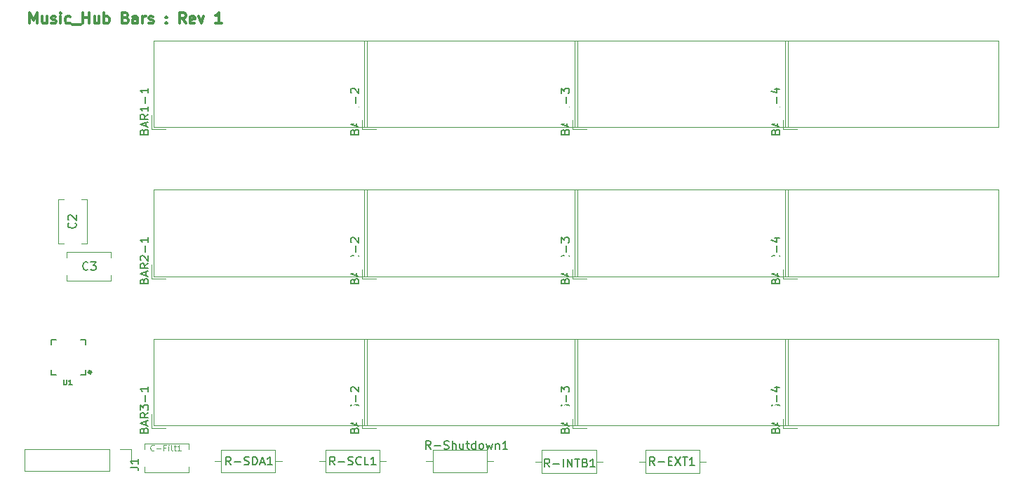
<source format=gto>
G04 #@! TF.GenerationSoftware,KiCad,Pcbnew,(5.1.5)-3*
G04 #@! TF.CreationDate,2023-02-05T16:44:42+09:00*
G04 #@! TF.ProjectId,Dot_matrix_driver,446f745f-6d61-4747-9269-785f64726976,rev?*
G04 #@! TF.SameCoordinates,Original*
G04 #@! TF.FileFunction,Legend,Top*
G04 #@! TF.FilePolarity,Positive*
%FSLAX46Y46*%
G04 Gerber Fmt 4.6, Leading zero omitted, Abs format (unit mm)*
G04 Created by KiCad (PCBNEW (5.1.5)-3) date 2023-02-05 16:44:42*
%MOMM*%
%LPD*%
G04 APERTURE LIST*
%ADD10C,0.300000*%
%ADD11C,0.120000*%
%ADD12C,0.127000*%
%ADD13C,0.406400*%
%ADD14C,0.150000*%
%ADD15C,0.110000*%
%ADD16C,3.900000*%
%ADD17C,2.132000*%
%ADD18R,2.132000X2.132000*%
%ADD19O,1.800000X1.800000*%
%ADD20R,1.800000X1.800000*%
%ADD21O,1.700000X1.700000*%
%ADD22C,1.700000*%
%ADD23R,2.400000X2.400000*%
%ADD24O,0.700000X0.280000*%
%ADD25O,0.280000X0.700000*%
G04 APERTURE END LIST*
D10*
X28404761Y-22788095D02*
X28404761Y-21488095D01*
X28838095Y-22416666D01*
X29271428Y-21488095D01*
X29271428Y-22788095D01*
X30447619Y-21921428D02*
X30447619Y-22788095D01*
X29890476Y-21921428D02*
X29890476Y-22602380D01*
X29952380Y-22726190D01*
X30076190Y-22788095D01*
X30261904Y-22788095D01*
X30385714Y-22726190D01*
X30447619Y-22664285D01*
X31004761Y-22726190D02*
X31128571Y-22788095D01*
X31376190Y-22788095D01*
X31500000Y-22726190D01*
X31561904Y-22602380D01*
X31561904Y-22540476D01*
X31500000Y-22416666D01*
X31376190Y-22354761D01*
X31190476Y-22354761D01*
X31066666Y-22292857D01*
X31004761Y-22169047D01*
X31004761Y-22107142D01*
X31066666Y-21983333D01*
X31190476Y-21921428D01*
X31376190Y-21921428D01*
X31500000Y-21983333D01*
X32119047Y-22788095D02*
X32119047Y-21921428D01*
X32119047Y-21488095D02*
X32057142Y-21550000D01*
X32119047Y-21611904D01*
X32180952Y-21550000D01*
X32119047Y-21488095D01*
X32119047Y-21611904D01*
X33295238Y-22726190D02*
X33171428Y-22788095D01*
X32923809Y-22788095D01*
X32800000Y-22726190D01*
X32738095Y-22664285D01*
X32676190Y-22540476D01*
X32676190Y-22169047D01*
X32738095Y-22045238D01*
X32800000Y-21983333D01*
X32923809Y-21921428D01*
X33171428Y-21921428D01*
X33295238Y-21983333D01*
X33542857Y-22911904D02*
X34533333Y-22911904D01*
X34842857Y-22788095D02*
X34842857Y-21488095D01*
X34842857Y-22107142D02*
X35585714Y-22107142D01*
X35585714Y-22788095D02*
X35585714Y-21488095D01*
X36761904Y-21921428D02*
X36761904Y-22788095D01*
X36204761Y-21921428D02*
X36204761Y-22602380D01*
X36266666Y-22726190D01*
X36390476Y-22788095D01*
X36576190Y-22788095D01*
X36700000Y-22726190D01*
X36761904Y-22664285D01*
X37380952Y-22788095D02*
X37380952Y-21488095D01*
X37380952Y-21983333D02*
X37504761Y-21921428D01*
X37752380Y-21921428D01*
X37876190Y-21983333D01*
X37938095Y-22045238D01*
X38000000Y-22169047D01*
X38000000Y-22540476D01*
X37938095Y-22664285D01*
X37876190Y-22726190D01*
X37752380Y-22788095D01*
X37504761Y-22788095D01*
X37380952Y-22726190D01*
X39980952Y-22107142D02*
X40166666Y-22169047D01*
X40228571Y-22230952D01*
X40290476Y-22354761D01*
X40290476Y-22540476D01*
X40228571Y-22664285D01*
X40166666Y-22726190D01*
X40042857Y-22788095D01*
X39547619Y-22788095D01*
X39547619Y-21488095D01*
X39980952Y-21488095D01*
X40104761Y-21550000D01*
X40166666Y-21611904D01*
X40228571Y-21735714D01*
X40228571Y-21859523D01*
X40166666Y-21983333D01*
X40104761Y-22045238D01*
X39980952Y-22107142D01*
X39547619Y-22107142D01*
X41404761Y-22788095D02*
X41404761Y-22107142D01*
X41342857Y-21983333D01*
X41219047Y-21921428D01*
X40971428Y-21921428D01*
X40847619Y-21983333D01*
X41404761Y-22726190D02*
X41280952Y-22788095D01*
X40971428Y-22788095D01*
X40847619Y-22726190D01*
X40785714Y-22602380D01*
X40785714Y-22478571D01*
X40847619Y-22354761D01*
X40971428Y-22292857D01*
X41280952Y-22292857D01*
X41404761Y-22230952D01*
X42023809Y-22788095D02*
X42023809Y-21921428D01*
X42023809Y-22169047D02*
X42085714Y-22045238D01*
X42147619Y-21983333D01*
X42271428Y-21921428D01*
X42395238Y-21921428D01*
X42766666Y-22726190D02*
X42890476Y-22788095D01*
X43138095Y-22788095D01*
X43261904Y-22726190D01*
X43323809Y-22602380D01*
X43323809Y-22540476D01*
X43261904Y-22416666D01*
X43138095Y-22354761D01*
X42952380Y-22354761D01*
X42828571Y-22292857D01*
X42766666Y-22169047D01*
X42766666Y-22107142D01*
X42828571Y-21983333D01*
X42952380Y-21921428D01*
X43138095Y-21921428D01*
X43261904Y-21983333D01*
X44871428Y-22664285D02*
X44933333Y-22726190D01*
X44871428Y-22788095D01*
X44809523Y-22726190D01*
X44871428Y-22664285D01*
X44871428Y-22788095D01*
X44871428Y-21983333D02*
X44933333Y-22045238D01*
X44871428Y-22107142D01*
X44809523Y-22045238D01*
X44871428Y-21983333D01*
X44871428Y-22107142D01*
X47223809Y-22788095D02*
X46790476Y-22169047D01*
X46480952Y-22788095D02*
X46480952Y-21488095D01*
X46976190Y-21488095D01*
X47100000Y-21550000D01*
X47161904Y-21611904D01*
X47223809Y-21735714D01*
X47223809Y-21921428D01*
X47161904Y-22045238D01*
X47100000Y-22107142D01*
X46976190Y-22169047D01*
X46480952Y-22169047D01*
X48276190Y-22726190D02*
X48152380Y-22788095D01*
X47904761Y-22788095D01*
X47780952Y-22726190D01*
X47719047Y-22602380D01*
X47719047Y-22107142D01*
X47780952Y-21983333D01*
X47904761Y-21921428D01*
X48152380Y-21921428D01*
X48276190Y-21983333D01*
X48338095Y-22107142D01*
X48338095Y-22230952D01*
X47719047Y-22354761D01*
X48771428Y-21921428D02*
X49080952Y-22788095D01*
X49390476Y-21921428D01*
X51557142Y-22788095D02*
X50814285Y-22788095D01*
X51185714Y-22788095D02*
X51185714Y-21488095D01*
X51061904Y-21673809D01*
X50938095Y-21797619D01*
X50814285Y-21859523D01*
D11*
X43375200Y-60855400D02*
X69055200Y-60855400D01*
X43375200Y-71295400D02*
X43375200Y-60855400D01*
X69055200Y-71295400D02*
X43375200Y-71295400D01*
X69055200Y-60855400D02*
X69055200Y-71295400D01*
X43085200Y-71585400D02*
X44785200Y-71585400D01*
X43085200Y-69885400D02*
X43085200Y-71585400D01*
X40630000Y-74120000D02*
X40630000Y-75450000D01*
X39300000Y-74120000D02*
X40630000Y-74120000D01*
X38030000Y-74120000D02*
X38030000Y-76780000D01*
X38030000Y-76780000D02*
X27810000Y-76780000D01*
X38030000Y-74120000D02*
X27810000Y-74120000D01*
X27810000Y-74120000D02*
X27810000Y-76780000D01*
X119575200Y-60855400D02*
X145255200Y-60855400D01*
X119575200Y-71295400D02*
X119575200Y-60855400D01*
X145255200Y-71295400D02*
X119575200Y-71295400D01*
X145255200Y-60855400D02*
X145255200Y-71295400D01*
X119285200Y-71585400D02*
X120985200Y-71585400D01*
X119285200Y-69885400D02*
X119285200Y-71585400D01*
X94175200Y-60855400D02*
X119855200Y-60855400D01*
X94175200Y-71295400D02*
X94175200Y-60855400D01*
X119855200Y-71295400D02*
X94175200Y-71295400D01*
X119855200Y-60855400D02*
X119855200Y-71295400D01*
X93885200Y-71585400D02*
X95585200Y-71585400D01*
X93885200Y-69885400D02*
X93885200Y-71585400D01*
X68775200Y-60855400D02*
X94455200Y-60855400D01*
X68775200Y-71295400D02*
X68775200Y-60855400D01*
X94455200Y-71295400D02*
X68775200Y-71295400D01*
X94455200Y-60855400D02*
X94455200Y-71295400D01*
X68485200Y-71585400D02*
X70185200Y-71585400D01*
X68485200Y-69885400D02*
X68485200Y-71585400D01*
X119575200Y-42855400D02*
X145255200Y-42855400D01*
X119575200Y-53295400D02*
X119575200Y-42855400D01*
X145255200Y-53295400D02*
X119575200Y-53295400D01*
X145255200Y-42855400D02*
X145255200Y-53295400D01*
X119285200Y-53585400D02*
X120985200Y-53585400D01*
X119285200Y-51885400D02*
X119285200Y-53585400D01*
X94175200Y-42855400D02*
X119855200Y-42855400D01*
X94175200Y-53295400D02*
X94175200Y-42855400D01*
X119855200Y-53295400D02*
X94175200Y-53295400D01*
X119855200Y-42855400D02*
X119855200Y-53295400D01*
X93885200Y-53585400D02*
X95585200Y-53585400D01*
X93885200Y-51885400D02*
X93885200Y-53585400D01*
X68775200Y-42855400D02*
X94455200Y-42855400D01*
X68775200Y-53295400D02*
X68775200Y-42855400D01*
X94455200Y-53295400D02*
X68775200Y-53295400D01*
X94455200Y-42855400D02*
X94455200Y-53295400D01*
X68485200Y-53585400D02*
X70185200Y-53585400D01*
X68485200Y-51885400D02*
X68485200Y-53585400D01*
X43375200Y-42855400D02*
X69055200Y-42855400D01*
X43375200Y-53295400D02*
X43375200Y-42855400D01*
X69055200Y-53295400D02*
X43375200Y-53295400D01*
X69055200Y-42855400D02*
X69055200Y-53295400D01*
X43085200Y-53585400D02*
X44785200Y-53585400D01*
X43085200Y-51885400D02*
X43085200Y-53585400D01*
X119575200Y-24855400D02*
X145255200Y-24855400D01*
X119575200Y-35295400D02*
X119575200Y-24855400D01*
X145255200Y-35295400D02*
X119575200Y-35295400D01*
X145255200Y-24855400D02*
X145255200Y-35295400D01*
X119285200Y-35585400D02*
X120985200Y-35585400D01*
X119285200Y-33885400D02*
X119285200Y-35585400D01*
X94175200Y-24855400D02*
X119855200Y-24855400D01*
X94175200Y-35295400D02*
X94175200Y-24855400D01*
X119855200Y-35295400D02*
X94175200Y-35295400D01*
X119855200Y-24855400D02*
X119855200Y-35295400D01*
X93885200Y-35585400D02*
X95585200Y-35585400D01*
X93885200Y-33885400D02*
X93885200Y-35585400D01*
X68775200Y-24855400D02*
X94455200Y-24855400D01*
X68775200Y-35295400D02*
X68775200Y-24855400D01*
X94455200Y-35295400D02*
X68775200Y-35295400D01*
X94455200Y-24855400D02*
X94455200Y-35295400D01*
X68485200Y-35585400D02*
X70185200Y-35585400D01*
X68485200Y-33885400D02*
X68485200Y-35585400D01*
X43380000Y-24855400D02*
X69060000Y-24855400D01*
X43380000Y-35295400D02*
X43380000Y-24855400D01*
X69060000Y-35295400D02*
X43380000Y-35295400D01*
X69060000Y-24855400D02*
X69060000Y-35295400D01*
X43090000Y-35585400D02*
X44790000Y-35585400D01*
X43090000Y-33885400D02*
X43090000Y-35585400D01*
X89430000Y-75650000D02*
X90200000Y-75650000D01*
X97510000Y-75650000D02*
X96740000Y-75650000D01*
X90200000Y-77020000D02*
X96740000Y-77020000D01*
X90200000Y-74280000D02*
X90200000Y-77020000D01*
X96740000Y-74280000D02*
X90200000Y-74280000D01*
X96740000Y-77020000D02*
X96740000Y-74280000D01*
X63330000Y-75600000D02*
X64100000Y-75600000D01*
X71410000Y-75600000D02*
X70640000Y-75600000D01*
X64100000Y-76970000D02*
X70640000Y-76970000D01*
X64100000Y-74230000D02*
X64100000Y-76970000D01*
X70640000Y-74230000D02*
X64100000Y-74230000D01*
X70640000Y-76970000D02*
X70640000Y-74230000D01*
X50730000Y-75600000D02*
X51500000Y-75600000D01*
X58810000Y-75600000D02*
X58040000Y-75600000D01*
X51500000Y-76970000D02*
X58040000Y-76970000D01*
X51500000Y-74230000D02*
X51500000Y-76970000D01*
X58040000Y-74230000D02*
X51500000Y-74230000D01*
X58040000Y-76970000D02*
X58040000Y-74230000D01*
X84320000Y-75600000D02*
X83550000Y-75600000D01*
X76240000Y-75600000D02*
X77010000Y-75600000D01*
X83550000Y-74230000D02*
X77010000Y-74230000D01*
X83550000Y-76970000D02*
X83550000Y-74230000D01*
X77010000Y-76970000D02*
X83550000Y-76970000D01*
X77010000Y-74230000D02*
X77010000Y-76970000D01*
X110020000Y-75650000D02*
X109250000Y-75650000D01*
X101940000Y-75650000D02*
X102710000Y-75650000D01*
X109250000Y-74280000D02*
X102710000Y-74280000D01*
X109250000Y-77020000D02*
X109250000Y-74280000D01*
X102710000Y-77020000D02*
X109250000Y-77020000D01*
X102710000Y-74280000D02*
X102710000Y-77020000D01*
X38170000Y-53155000D02*
X38170000Y-53821000D01*
X38170000Y-50379000D02*
X38170000Y-51045000D01*
X32830000Y-53155000D02*
X32830000Y-53821000D01*
X32830000Y-50379000D02*
X32830000Y-51045000D01*
X32830000Y-53821000D02*
X38170000Y-53821000D01*
X32830000Y-50379000D02*
X38170000Y-50379000D01*
X34605000Y-44030000D02*
X35271000Y-44030000D01*
X31829000Y-44030000D02*
X32495000Y-44030000D01*
X34605000Y-49370000D02*
X35271000Y-49370000D01*
X31829000Y-49370000D02*
X32495000Y-49370000D01*
X35271000Y-49370000D02*
X35271000Y-44030000D01*
X31829000Y-49370000D02*
X31829000Y-44030000D01*
X42230000Y-74145000D02*
X42230000Y-73479000D01*
X42230000Y-76921000D02*
X42230000Y-76255000D01*
X47570000Y-74145000D02*
X47570000Y-73479000D01*
X47570000Y-76921000D02*
X47570000Y-76255000D01*
X47570000Y-73479000D02*
X42230000Y-73479000D01*
X47570000Y-76921000D02*
X42230000Y-76921000D01*
D12*
X34559800Y-65178400D02*
X35159800Y-65178400D01*
X35159800Y-65178400D02*
X35159800Y-64578400D01*
X31559800Y-65178400D02*
X30959800Y-65178400D01*
X30959800Y-65178400D02*
X30959800Y-64578400D01*
X34559800Y-60978400D02*
X35159800Y-60978400D01*
X35159800Y-60978400D02*
X35159800Y-61578400D01*
X31559800Y-60978400D02*
X30959800Y-60978400D01*
X30959800Y-60978400D02*
X30959800Y-61578400D01*
D13*
X35759800Y-64878400D02*
G75*
G03X35759800Y-64878400I-100000J0D01*
G01*
D14*
X42183771Y-71853971D02*
X42231390Y-71711114D01*
X42279009Y-71663495D01*
X42374247Y-71615876D01*
X42517104Y-71615876D01*
X42612342Y-71663495D01*
X42659961Y-71711114D01*
X42707580Y-71806352D01*
X42707580Y-72187304D01*
X41707580Y-72187304D01*
X41707580Y-71853971D01*
X41755200Y-71758733D01*
X41802819Y-71711114D01*
X41898057Y-71663495D01*
X41993295Y-71663495D01*
X42088533Y-71711114D01*
X42136152Y-71758733D01*
X42183771Y-71853971D01*
X42183771Y-72187304D01*
X42421866Y-71234923D02*
X42421866Y-70758733D01*
X42707580Y-71330161D02*
X41707580Y-70996828D01*
X42707580Y-70663495D01*
X42707580Y-69758733D02*
X42231390Y-70092066D01*
X42707580Y-70330161D02*
X41707580Y-70330161D01*
X41707580Y-69949209D01*
X41755200Y-69853971D01*
X41802819Y-69806352D01*
X41898057Y-69758733D01*
X42040914Y-69758733D01*
X42136152Y-69806352D01*
X42183771Y-69853971D01*
X42231390Y-69949209D01*
X42231390Y-70330161D01*
X41707580Y-69425400D02*
X41707580Y-68806352D01*
X42088533Y-69139685D01*
X42088533Y-68996828D01*
X42136152Y-68901590D01*
X42183771Y-68853971D01*
X42279009Y-68806352D01*
X42517104Y-68806352D01*
X42612342Y-68853971D01*
X42659961Y-68901590D01*
X42707580Y-68996828D01*
X42707580Y-69282542D01*
X42659961Y-69377780D01*
X42612342Y-69425400D01*
X42326628Y-68377780D02*
X42326628Y-67615876D01*
X42707580Y-66615876D02*
X42707580Y-67187304D01*
X42707580Y-66901590D02*
X41707580Y-66901590D01*
X41850438Y-66996828D01*
X41945676Y-67092066D01*
X41993295Y-67187304D01*
X40530380Y-76342133D02*
X41244666Y-76342133D01*
X41387523Y-76389752D01*
X41482761Y-76484990D01*
X41530380Y-76627847D01*
X41530380Y-76723085D01*
X41530380Y-75342133D02*
X41530380Y-75913561D01*
X41530380Y-75627847D02*
X40530380Y-75627847D01*
X40673238Y-75723085D01*
X40768476Y-75818323D01*
X40816095Y-75913561D01*
X118383771Y-71853971D02*
X118431390Y-71711114D01*
X118479009Y-71663495D01*
X118574247Y-71615876D01*
X118717104Y-71615876D01*
X118812342Y-71663495D01*
X118859961Y-71711114D01*
X118907580Y-71806352D01*
X118907580Y-72187304D01*
X117907580Y-72187304D01*
X117907580Y-71853971D01*
X117955200Y-71758733D01*
X118002819Y-71711114D01*
X118098057Y-71663495D01*
X118193295Y-71663495D01*
X118288533Y-71711114D01*
X118336152Y-71758733D01*
X118383771Y-71853971D01*
X118383771Y-72187304D01*
X118621866Y-71234923D02*
X118621866Y-70758733D01*
X118907580Y-71330161D02*
X117907580Y-70996828D01*
X118907580Y-70663495D01*
X118907580Y-69758733D02*
X118431390Y-70092066D01*
X118907580Y-70330161D02*
X117907580Y-70330161D01*
X117907580Y-69949209D01*
X117955200Y-69853971D01*
X118002819Y-69806352D01*
X118098057Y-69758733D01*
X118240914Y-69758733D01*
X118336152Y-69806352D01*
X118383771Y-69853971D01*
X118431390Y-69949209D01*
X118431390Y-70330161D01*
X117907580Y-69425400D02*
X117907580Y-68806352D01*
X118288533Y-69139685D01*
X118288533Y-68996828D01*
X118336152Y-68901590D01*
X118383771Y-68853971D01*
X118479009Y-68806352D01*
X118717104Y-68806352D01*
X118812342Y-68853971D01*
X118859961Y-68901590D01*
X118907580Y-68996828D01*
X118907580Y-69282542D01*
X118859961Y-69377780D01*
X118812342Y-69425400D01*
X118526628Y-68377780D02*
X118526628Y-67615876D01*
X118240914Y-66711114D02*
X118907580Y-66711114D01*
X117859961Y-66949209D02*
X118574247Y-67187304D01*
X118574247Y-66568257D01*
X92983771Y-71853971D02*
X93031390Y-71711114D01*
X93079009Y-71663495D01*
X93174247Y-71615876D01*
X93317104Y-71615876D01*
X93412342Y-71663495D01*
X93459961Y-71711114D01*
X93507580Y-71806352D01*
X93507580Y-72187304D01*
X92507580Y-72187304D01*
X92507580Y-71853971D01*
X92555200Y-71758733D01*
X92602819Y-71711114D01*
X92698057Y-71663495D01*
X92793295Y-71663495D01*
X92888533Y-71711114D01*
X92936152Y-71758733D01*
X92983771Y-71853971D01*
X92983771Y-72187304D01*
X93221866Y-71234923D02*
X93221866Y-70758733D01*
X93507580Y-71330161D02*
X92507580Y-70996828D01*
X93507580Y-70663495D01*
X93507580Y-69758733D02*
X93031390Y-70092066D01*
X93507580Y-70330161D02*
X92507580Y-70330161D01*
X92507580Y-69949209D01*
X92555200Y-69853971D01*
X92602819Y-69806352D01*
X92698057Y-69758733D01*
X92840914Y-69758733D01*
X92936152Y-69806352D01*
X92983771Y-69853971D01*
X93031390Y-69949209D01*
X93031390Y-70330161D01*
X92507580Y-69425400D02*
X92507580Y-68806352D01*
X92888533Y-69139685D01*
X92888533Y-68996828D01*
X92936152Y-68901590D01*
X92983771Y-68853971D01*
X93079009Y-68806352D01*
X93317104Y-68806352D01*
X93412342Y-68853971D01*
X93459961Y-68901590D01*
X93507580Y-68996828D01*
X93507580Y-69282542D01*
X93459961Y-69377780D01*
X93412342Y-69425400D01*
X93126628Y-68377780D02*
X93126628Y-67615876D01*
X92507580Y-67234923D02*
X92507580Y-66615876D01*
X92888533Y-66949209D01*
X92888533Y-66806352D01*
X92936152Y-66711114D01*
X92983771Y-66663495D01*
X93079009Y-66615876D01*
X93317104Y-66615876D01*
X93412342Y-66663495D01*
X93459961Y-66711114D01*
X93507580Y-66806352D01*
X93507580Y-67092066D01*
X93459961Y-67187304D01*
X93412342Y-67234923D01*
X67583771Y-71853971D02*
X67631390Y-71711114D01*
X67679009Y-71663495D01*
X67774247Y-71615876D01*
X67917104Y-71615876D01*
X68012342Y-71663495D01*
X68059961Y-71711114D01*
X68107580Y-71806352D01*
X68107580Y-72187304D01*
X67107580Y-72187304D01*
X67107580Y-71853971D01*
X67155200Y-71758733D01*
X67202819Y-71711114D01*
X67298057Y-71663495D01*
X67393295Y-71663495D01*
X67488533Y-71711114D01*
X67536152Y-71758733D01*
X67583771Y-71853971D01*
X67583771Y-72187304D01*
X67821866Y-71234923D02*
X67821866Y-70758733D01*
X68107580Y-71330161D02*
X67107580Y-70996828D01*
X68107580Y-70663495D01*
X68107580Y-69758733D02*
X67631390Y-70092066D01*
X68107580Y-70330161D02*
X67107580Y-70330161D01*
X67107580Y-69949209D01*
X67155200Y-69853971D01*
X67202819Y-69806352D01*
X67298057Y-69758733D01*
X67440914Y-69758733D01*
X67536152Y-69806352D01*
X67583771Y-69853971D01*
X67631390Y-69949209D01*
X67631390Y-70330161D01*
X67107580Y-69425400D02*
X67107580Y-68806352D01*
X67488533Y-69139685D01*
X67488533Y-68996828D01*
X67536152Y-68901590D01*
X67583771Y-68853971D01*
X67679009Y-68806352D01*
X67917104Y-68806352D01*
X68012342Y-68853971D01*
X68059961Y-68901590D01*
X68107580Y-68996828D01*
X68107580Y-69282542D01*
X68059961Y-69377780D01*
X68012342Y-69425400D01*
X67726628Y-68377780D02*
X67726628Y-67615876D01*
X67202819Y-67187304D02*
X67155200Y-67139685D01*
X67107580Y-67044447D01*
X67107580Y-66806352D01*
X67155200Y-66711114D01*
X67202819Y-66663495D01*
X67298057Y-66615876D01*
X67393295Y-66615876D01*
X67536152Y-66663495D01*
X68107580Y-67234923D01*
X68107580Y-66615876D01*
X118383771Y-53853971D02*
X118431390Y-53711114D01*
X118479009Y-53663495D01*
X118574247Y-53615876D01*
X118717104Y-53615876D01*
X118812342Y-53663495D01*
X118859961Y-53711114D01*
X118907580Y-53806352D01*
X118907580Y-54187304D01*
X117907580Y-54187304D01*
X117907580Y-53853971D01*
X117955200Y-53758733D01*
X118002819Y-53711114D01*
X118098057Y-53663495D01*
X118193295Y-53663495D01*
X118288533Y-53711114D01*
X118336152Y-53758733D01*
X118383771Y-53853971D01*
X118383771Y-54187304D01*
X118621866Y-53234923D02*
X118621866Y-52758733D01*
X118907580Y-53330161D02*
X117907580Y-52996828D01*
X118907580Y-52663495D01*
X118907580Y-51758733D02*
X118431390Y-52092066D01*
X118907580Y-52330161D02*
X117907580Y-52330161D01*
X117907580Y-51949209D01*
X117955200Y-51853971D01*
X118002819Y-51806352D01*
X118098057Y-51758733D01*
X118240914Y-51758733D01*
X118336152Y-51806352D01*
X118383771Y-51853971D01*
X118431390Y-51949209D01*
X118431390Y-52330161D01*
X118002819Y-51377780D02*
X117955200Y-51330161D01*
X117907580Y-51234923D01*
X117907580Y-50996828D01*
X117955200Y-50901590D01*
X118002819Y-50853971D01*
X118098057Y-50806352D01*
X118193295Y-50806352D01*
X118336152Y-50853971D01*
X118907580Y-51425400D01*
X118907580Y-50806352D01*
X118526628Y-50377780D02*
X118526628Y-49615876D01*
X118240914Y-48711114D02*
X118907580Y-48711114D01*
X117859961Y-48949209D02*
X118574247Y-49187304D01*
X118574247Y-48568257D01*
X92983771Y-53853971D02*
X93031390Y-53711114D01*
X93079009Y-53663495D01*
X93174247Y-53615876D01*
X93317104Y-53615876D01*
X93412342Y-53663495D01*
X93459961Y-53711114D01*
X93507580Y-53806352D01*
X93507580Y-54187304D01*
X92507580Y-54187304D01*
X92507580Y-53853971D01*
X92555200Y-53758733D01*
X92602819Y-53711114D01*
X92698057Y-53663495D01*
X92793295Y-53663495D01*
X92888533Y-53711114D01*
X92936152Y-53758733D01*
X92983771Y-53853971D01*
X92983771Y-54187304D01*
X93221866Y-53234923D02*
X93221866Y-52758733D01*
X93507580Y-53330161D02*
X92507580Y-52996828D01*
X93507580Y-52663495D01*
X93507580Y-51758733D02*
X93031390Y-52092066D01*
X93507580Y-52330161D02*
X92507580Y-52330161D01*
X92507580Y-51949209D01*
X92555200Y-51853971D01*
X92602819Y-51806352D01*
X92698057Y-51758733D01*
X92840914Y-51758733D01*
X92936152Y-51806352D01*
X92983771Y-51853971D01*
X93031390Y-51949209D01*
X93031390Y-52330161D01*
X92602819Y-51377780D02*
X92555200Y-51330161D01*
X92507580Y-51234923D01*
X92507580Y-50996828D01*
X92555200Y-50901590D01*
X92602819Y-50853971D01*
X92698057Y-50806352D01*
X92793295Y-50806352D01*
X92936152Y-50853971D01*
X93507580Y-51425400D01*
X93507580Y-50806352D01*
X93126628Y-50377780D02*
X93126628Y-49615876D01*
X92507580Y-49234923D02*
X92507580Y-48615876D01*
X92888533Y-48949209D01*
X92888533Y-48806352D01*
X92936152Y-48711114D01*
X92983771Y-48663495D01*
X93079009Y-48615876D01*
X93317104Y-48615876D01*
X93412342Y-48663495D01*
X93459961Y-48711114D01*
X93507580Y-48806352D01*
X93507580Y-49092066D01*
X93459961Y-49187304D01*
X93412342Y-49234923D01*
X67583771Y-53853971D02*
X67631390Y-53711114D01*
X67679009Y-53663495D01*
X67774247Y-53615876D01*
X67917104Y-53615876D01*
X68012342Y-53663495D01*
X68059961Y-53711114D01*
X68107580Y-53806352D01*
X68107580Y-54187304D01*
X67107580Y-54187304D01*
X67107580Y-53853971D01*
X67155200Y-53758733D01*
X67202819Y-53711114D01*
X67298057Y-53663495D01*
X67393295Y-53663495D01*
X67488533Y-53711114D01*
X67536152Y-53758733D01*
X67583771Y-53853971D01*
X67583771Y-54187304D01*
X67821866Y-53234923D02*
X67821866Y-52758733D01*
X68107580Y-53330161D02*
X67107580Y-52996828D01*
X68107580Y-52663495D01*
X68107580Y-51758733D02*
X67631390Y-52092066D01*
X68107580Y-52330161D02*
X67107580Y-52330161D01*
X67107580Y-51949209D01*
X67155200Y-51853971D01*
X67202819Y-51806352D01*
X67298057Y-51758733D01*
X67440914Y-51758733D01*
X67536152Y-51806352D01*
X67583771Y-51853971D01*
X67631390Y-51949209D01*
X67631390Y-52330161D01*
X67202819Y-51377780D02*
X67155200Y-51330161D01*
X67107580Y-51234923D01*
X67107580Y-50996828D01*
X67155200Y-50901590D01*
X67202819Y-50853971D01*
X67298057Y-50806352D01*
X67393295Y-50806352D01*
X67536152Y-50853971D01*
X68107580Y-51425400D01*
X68107580Y-50806352D01*
X67726628Y-50377780D02*
X67726628Y-49615876D01*
X67202819Y-49187304D02*
X67155200Y-49139685D01*
X67107580Y-49044447D01*
X67107580Y-48806352D01*
X67155200Y-48711114D01*
X67202819Y-48663495D01*
X67298057Y-48615876D01*
X67393295Y-48615876D01*
X67536152Y-48663495D01*
X68107580Y-49234923D01*
X68107580Y-48615876D01*
X42183771Y-53853971D02*
X42231390Y-53711114D01*
X42279009Y-53663495D01*
X42374247Y-53615876D01*
X42517104Y-53615876D01*
X42612342Y-53663495D01*
X42659961Y-53711114D01*
X42707580Y-53806352D01*
X42707580Y-54187304D01*
X41707580Y-54187304D01*
X41707580Y-53853971D01*
X41755200Y-53758733D01*
X41802819Y-53711114D01*
X41898057Y-53663495D01*
X41993295Y-53663495D01*
X42088533Y-53711114D01*
X42136152Y-53758733D01*
X42183771Y-53853971D01*
X42183771Y-54187304D01*
X42421866Y-53234923D02*
X42421866Y-52758733D01*
X42707580Y-53330161D02*
X41707580Y-52996828D01*
X42707580Y-52663495D01*
X42707580Y-51758733D02*
X42231390Y-52092066D01*
X42707580Y-52330161D02*
X41707580Y-52330161D01*
X41707580Y-51949209D01*
X41755200Y-51853971D01*
X41802819Y-51806352D01*
X41898057Y-51758733D01*
X42040914Y-51758733D01*
X42136152Y-51806352D01*
X42183771Y-51853971D01*
X42231390Y-51949209D01*
X42231390Y-52330161D01*
X41802819Y-51377780D02*
X41755200Y-51330161D01*
X41707580Y-51234923D01*
X41707580Y-50996828D01*
X41755200Y-50901590D01*
X41802819Y-50853971D01*
X41898057Y-50806352D01*
X41993295Y-50806352D01*
X42136152Y-50853971D01*
X42707580Y-51425400D01*
X42707580Y-50806352D01*
X42326628Y-50377780D02*
X42326628Y-49615876D01*
X42707580Y-48615876D02*
X42707580Y-49187304D01*
X42707580Y-48901590D02*
X41707580Y-48901590D01*
X41850438Y-48996828D01*
X41945676Y-49092066D01*
X41993295Y-49187304D01*
X118383771Y-35853971D02*
X118431390Y-35711114D01*
X118479009Y-35663495D01*
X118574247Y-35615876D01*
X118717104Y-35615876D01*
X118812342Y-35663495D01*
X118859961Y-35711114D01*
X118907580Y-35806352D01*
X118907580Y-36187304D01*
X117907580Y-36187304D01*
X117907580Y-35853971D01*
X117955200Y-35758733D01*
X118002819Y-35711114D01*
X118098057Y-35663495D01*
X118193295Y-35663495D01*
X118288533Y-35711114D01*
X118336152Y-35758733D01*
X118383771Y-35853971D01*
X118383771Y-36187304D01*
X118621866Y-35234923D02*
X118621866Y-34758733D01*
X118907580Y-35330161D02*
X117907580Y-34996828D01*
X118907580Y-34663495D01*
X118907580Y-33758733D02*
X118431390Y-34092066D01*
X118907580Y-34330161D02*
X117907580Y-34330161D01*
X117907580Y-33949209D01*
X117955200Y-33853971D01*
X118002819Y-33806352D01*
X118098057Y-33758733D01*
X118240914Y-33758733D01*
X118336152Y-33806352D01*
X118383771Y-33853971D01*
X118431390Y-33949209D01*
X118431390Y-34330161D01*
X118907580Y-32806352D02*
X118907580Y-33377780D01*
X118907580Y-33092066D02*
X117907580Y-33092066D01*
X118050438Y-33187304D01*
X118145676Y-33282542D01*
X118193295Y-33377780D01*
X118526628Y-32377780D02*
X118526628Y-31615876D01*
X118240914Y-30711114D02*
X118907580Y-30711114D01*
X117859961Y-30949209D02*
X118574247Y-31187304D01*
X118574247Y-30568257D01*
X92983771Y-35853971D02*
X93031390Y-35711114D01*
X93079009Y-35663495D01*
X93174247Y-35615876D01*
X93317104Y-35615876D01*
X93412342Y-35663495D01*
X93459961Y-35711114D01*
X93507580Y-35806352D01*
X93507580Y-36187304D01*
X92507580Y-36187304D01*
X92507580Y-35853971D01*
X92555200Y-35758733D01*
X92602819Y-35711114D01*
X92698057Y-35663495D01*
X92793295Y-35663495D01*
X92888533Y-35711114D01*
X92936152Y-35758733D01*
X92983771Y-35853971D01*
X92983771Y-36187304D01*
X93221866Y-35234923D02*
X93221866Y-34758733D01*
X93507580Y-35330161D02*
X92507580Y-34996828D01*
X93507580Y-34663495D01*
X93507580Y-33758733D02*
X93031390Y-34092066D01*
X93507580Y-34330161D02*
X92507580Y-34330161D01*
X92507580Y-33949209D01*
X92555200Y-33853971D01*
X92602819Y-33806352D01*
X92698057Y-33758733D01*
X92840914Y-33758733D01*
X92936152Y-33806352D01*
X92983771Y-33853971D01*
X93031390Y-33949209D01*
X93031390Y-34330161D01*
X93507580Y-32806352D02*
X93507580Y-33377780D01*
X93507580Y-33092066D02*
X92507580Y-33092066D01*
X92650438Y-33187304D01*
X92745676Y-33282542D01*
X92793295Y-33377780D01*
X93126628Y-32377780D02*
X93126628Y-31615876D01*
X92507580Y-31234923D02*
X92507580Y-30615876D01*
X92888533Y-30949209D01*
X92888533Y-30806352D01*
X92936152Y-30711114D01*
X92983771Y-30663495D01*
X93079009Y-30615876D01*
X93317104Y-30615876D01*
X93412342Y-30663495D01*
X93459961Y-30711114D01*
X93507580Y-30806352D01*
X93507580Y-31092066D01*
X93459961Y-31187304D01*
X93412342Y-31234923D01*
X67583771Y-35853971D02*
X67631390Y-35711114D01*
X67679009Y-35663495D01*
X67774247Y-35615876D01*
X67917104Y-35615876D01*
X68012342Y-35663495D01*
X68059961Y-35711114D01*
X68107580Y-35806352D01*
X68107580Y-36187304D01*
X67107580Y-36187304D01*
X67107580Y-35853971D01*
X67155200Y-35758733D01*
X67202819Y-35711114D01*
X67298057Y-35663495D01*
X67393295Y-35663495D01*
X67488533Y-35711114D01*
X67536152Y-35758733D01*
X67583771Y-35853971D01*
X67583771Y-36187304D01*
X67821866Y-35234923D02*
X67821866Y-34758733D01*
X68107580Y-35330161D02*
X67107580Y-34996828D01*
X68107580Y-34663495D01*
X68107580Y-33758733D02*
X67631390Y-34092066D01*
X68107580Y-34330161D02*
X67107580Y-34330161D01*
X67107580Y-33949209D01*
X67155200Y-33853971D01*
X67202819Y-33806352D01*
X67298057Y-33758733D01*
X67440914Y-33758733D01*
X67536152Y-33806352D01*
X67583771Y-33853971D01*
X67631390Y-33949209D01*
X67631390Y-34330161D01*
X68107580Y-32806352D02*
X68107580Y-33377780D01*
X68107580Y-33092066D02*
X67107580Y-33092066D01*
X67250438Y-33187304D01*
X67345676Y-33282542D01*
X67393295Y-33377780D01*
X67726628Y-32377780D02*
X67726628Y-31615876D01*
X67202819Y-31187304D02*
X67155200Y-31139685D01*
X67107580Y-31044447D01*
X67107580Y-30806352D01*
X67155200Y-30711114D01*
X67202819Y-30663495D01*
X67298057Y-30615876D01*
X67393295Y-30615876D01*
X67536152Y-30663495D01*
X68107580Y-31234923D01*
X68107580Y-30615876D01*
X42188571Y-35853971D02*
X42236190Y-35711114D01*
X42283809Y-35663495D01*
X42379047Y-35615876D01*
X42521904Y-35615876D01*
X42617142Y-35663495D01*
X42664761Y-35711114D01*
X42712380Y-35806352D01*
X42712380Y-36187304D01*
X41712380Y-36187304D01*
X41712380Y-35853971D01*
X41760000Y-35758733D01*
X41807619Y-35711114D01*
X41902857Y-35663495D01*
X41998095Y-35663495D01*
X42093333Y-35711114D01*
X42140952Y-35758733D01*
X42188571Y-35853971D01*
X42188571Y-36187304D01*
X42426666Y-35234923D02*
X42426666Y-34758733D01*
X42712380Y-35330161D02*
X41712380Y-34996828D01*
X42712380Y-34663495D01*
X42712380Y-33758733D02*
X42236190Y-34092066D01*
X42712380Y-34330161D02*
X41712380Y-34330161D01*
X41712380Y-33949209D01*
X41760000Y-33853971D01*
X41807619Y-33806352D01*
X41902857Y-33758733D01*
X42045714Y-33758733D01*
X42140952Y-33806352D01*
X42188571Y-33853971D01*
X42236190Y-33949209D01*
X42236190Y-34330161D01*
X42712380Y-32806352D02*
X42712380Y-33377780D01*
X42712380Y-33092066D02*
X41712380Y-33092066D01*
X41855238Y-33187304D01*
X41950476Y-33282542D01*
X41998095Y-33377780D01*
X42331428Y-32377780D02*
X42331428Y-31615876D01*
X42712380Y-30615876D02*
X42712380Y-31187304D01*
X42712380Y-30901590D02*
X41712380Y-30901590D01*
X41855238Y-30996828D01*
X41950476Y-31092066D01*
X41998095Y-31187304D01*
X91121428Y-76302380D02*
X90788095Y-75826190D01*
X90550000Y-76302380D02*
X90550000Y-75302380D01*
X90930952Y-75302380D01*
X91026190Y-75350000D01*
X91073809Y-75397619D01*
X91121428Y-75492857D01*
X91121428Y-75635714D01*
X91073809Y-75730952D01*
X91026190Y-75778571D01*
X90930952Y-75826190D01*
X90550000Y-75826190D01*
X91550000Y-75921428D02*
X92311904Y-75921428D01*
X92788095Y-76302380D02*
X92788095Y-75302380D01*
X93264285Y-76302380D02*
X93264285Y-75302380D01*
X93835714Y-76302380D01*
X93835714Y-75302380D01*
X94169047Y-75302380D02*
X94740476Y-75302380D01*
X94454761Y-76302380D02*
X94454761Y-75302380D01*
X95407142Y-75778571D02*
X95550000Y-75826190D01*
X95597619Y-75873809D01*
X95645238Y-75969047D01*
X95645238Y-76111904D01*
X95597619Y-76207142D01*
X95550000Y-76254761D01*
X95454761Y-76302380D01*
X95073809Y-76302380D01*
X95073809Y-75302380D01*
X95407142Y-75302380D01*
X95502380Y-75350000D01*
X95550000Y-75397619D01*
X95597619Y-75492857D01*
X95597619Y-75588095D01*
X95550000Y-75683333D01*
X95502380Y-75730952D01*
X95407142Y-75778571D01*
X95073809Y-75778571D01*
X96597619Y-76302380D02*
X96026190Y-76302380D01*
X96311904Y-76302380D02*
X96311904Y-75302380D01*
X96216666Y-75445238D01*
X96121428Y-75540476D01*
X96026190Y-75588095D01*
X65203333Y-76052380D02*
X64870000Y-75576190D01*
X64631904Y-76052380D02*
X64631904Y-75052380D01*
X65012857Y-75052380D01*
X65108095Y-75100000D01*
X65155714Y-75147619D01*
X65203333Y-75242857D01*
X65203333Y-75385714D01*
X65155714Y-75480952D01*
X65108095Y-75528571D01*
X65012857Y-75576190D01*
X64631904Y-75576190D01*
X65631904Y-75671428D02*
X66393809Y-75671428D01*
X66822380Y-76004761D02*
X66965238Y-76052380D01*
X67203333Y-76052380D01*
X67298571Y-76004761D01*
X67346190Y-75957142D01*
X67393809Y-75861904D01*
X67393809Y-75766666D01*
X67346190Y-75671428D01*
X67298571Y-75623809D01*
X67203333Y-75576190D01*
X67012857Y-75528571D01*
X66917619Y-75480952D01*
X66870000Y-75433333D01*
X66822380Y-75338095D01*
X66822380Y-75242857D01*
X66870000Y-75147619D01*
X66917619Y-75100000D01*
X67012857Y-75052380D01*
X67250952Y-75052380D01*
X67393809Y-75100000D01*
X68393809Y-75957142D02*
X68346190Y-76004761D01*
X68203333Y-76052380D01*
X68108095Y-76052380D01*
X67965238Y-76004761D01*
X67870000Y-75909523D01*
X67822380Y-75814285D01*
X67774761Y-75623809D01*
X67774761Y-75480952D01*
X67822380Y-75290476D01*
X67870000Y-75195238D01*
X67965238Y-75100000D01*
X68108095Y-75052380D01*
X68203333Y-75052380D01*
X68346190Y-75100000D01*
X68393809Y-75147619D01*
X69298571Y-76052380D02*
X68822380Y-76052380D01*
X68822380Y-75052380D01*
X70155714Y-76052380D02*
X69584285Y-76052380D01*
X69870000Y-76052380D02*
X69870000Y-75052380D01*
X69774761Y-75195238D01*
X69679523Y-75290476D01*
X69584285Y-75338095D01*
X52659523Y-76052380D02*
X52326190Y-75576190D01*
X52088095Y-76052380D02*
X52088095Y-75052380D01*
X52469047Y-75052380D01*
X52564285Y-75100000D01*
X52611904Y-75147619D01*
X52659523Y-75242857D01*
X52659523Y-75385714D01*
X52611904Y-75480952D01*
X52564285Y-75528571D01*
X52469047Y-75576190D01*
X52088095Y-75576190D01*
X53088095Y-75671428D02*
X53850000Y-75671428D01*
X54278571Y-76004761D02*
X54421428Y-76052380D01*
X54659523Y-76052380D01*
X54754761Y-76004761D01*
X54802380Y-75957142D01*
X54850000Y-75861904D01*
X54850000Y-75766666D01*
X54802380Y-75671428D01*
X54754761Y-75623809D01*
X54659523Y-75576190D01*
X54469047Y-75528571D01*
X54373809Y-75480952D01*
X54326190Y-75433333D01*
X54278571Y-75338095D01*
X54278571Y-75242857D01*
X54326190Y-75147619D01*
X54373809Y-75100000D01*
X54469047Y-75052380D01*
X54707142Y-75052380D01*
X54850000Y-75100000D01*
X55278571Y-76052380D02*
X55278571Y-75052380D01*
X55516666Y-75052380D01*
X55659523Y-75100000D01*
X55754761Y-75195238D01*
X55802380Y-75290476D01*
X55850000Y-75480952D01*
X55850000Y-75623809D01*
X55802380Y-75814285D01*
X55754761Y-75909523D01*
X55659523Y-76004761D01*
X55516666Y-76052380D01*
X55278571Y-76052380D01*
X56230952Y-75766666D02*
X56707142Y-75766666D01*
X56135714Y-76052380D02*
X56469047Y-75052380D01*
X56802380Y-76052380D01*
X57659523Y-76052380D02*
X57088095Y-76052380D01*
X57373809Y-76052380D02*
X57373809Y-75052380D01*
X57278571Y-75195238D01*
X57183333Y-75290476D01*
X57088095Y-75338095D01*
X76766666Y-74152380D02*
X76433333Y-73676190D01*
X76195238Y-74152380D02*
X76195238Y-73152380D01*
X76576190Y-73152380D01*
X76671428Y-73200000D01*
X76719047Y-73247619D01*
X76766666Y-73342857D01*
X76766666Y-73485714D01*
X76719047Y-73580952D01*
X76671428Y-73628571D01*
X76576190Y-73676190D01*
X76195238Y-73676190D01*
X77195238Y-73771428D02*
X77957142Y-73771428D01*
X78385714Y-74104761D02*
X78528571Y-74152380D01*
X78766666Y-74152380D01*
X78861904Y-74104761D01*
X78909523Y-74057142D01*
X78957142Y-73961904D01*
X78957142Y-73866666D01*
X78909523Y-73771428D01*
X78861904Y-73723809D01*
X78766666Y-73676190D01*
X78576190Y-73628571D01*
X78480952Y-73580952D01*
X78433333Y-73533333D01*
X78385714Y-73438095D01*
X78385714Y-73342857D01*
X78433333Y-73247619D01*
X78480952Y-73200000D01*
X78576190Y-73152380D01*
X78814285Y-73152380D01*
X78957142Y-73200000D01*
X79385714Y-74152380D02*
X79385714Y-73152380D01*
X79814285Y-74152380D02*
X79814285Y-73628571D01*
X79766666Y-73533333D01*
X79671428Y-73485714D01*
X79528571Y-73485714D01*
X79433333Y-73533333D01*
X79385714Y-73580952D01*
X80719047Y-73485714D02*
X80719047Y-74152380D01*
X80290476Y-73485714D02*
X80290476Y-74009523D01*
X80338095Y-74104761D01*
X80433333Y-74152380D01*
X80576190Y-74152380D01*
X80671428Y-74104761D01*
X80719047Y-74057142D01*
X81052380Y-73485714D02*
X81433333Y-73485714D01*
X81195238Y-73152380D02*
X81195238Y-74009523D01*
X81242857Y-74104761D01*
X81338095Y-74152380D01*
X81433333Y-74152380D01*
X82195238Y-74152380D02*
X82195238Y-73152380D01*
X82195238Y-74104761D02*
X82100000Y-74152380D01*
X81909523Y-74152380D01*
X81814285Y-74104761D01*
X81766666Y-74057142D01*
X81719047Y-73961904D01*
X81719047Y-73676190D01*
X81766666Y-73580952D01*
X81814285Y-73533333D01*
X81909523Y-73485714D01*
X82100000Y-73485714D01*
X82195238Y-73533333D01*
X82814285Y-74152380D02*
X82719047Y-74104761D01*
X82671428Y-74057142D01*
X82623809Y-73961904D01*
X82623809Y-73676190D01*
X82671428Y-73580952D01*
X82719047Y-73533333D01*
X82814285Y-73485714D01*
X82957142Y-73485714D01*
X83052380Y-73533333D01*
X83100000Y-73580952D01*
X83147619Y-73676190D01*
X83147619Y-73961904D01*
X83100000Y-74057142D01*
X83052380Y-74104761D01*
X82957142Y-74152380D01*
X82814285Y-74152380D01*
X83480952Y-73485714D02*
X83671428Y-74152380D01*
X83861904Y-73676190D01*
X84052380Y-74152380D01*
X84242857Y-73485714D01*
X84623809Y-73485714D02*
X84623809Y-74152380D01*
X84623809Y-73580952D02*
X84671428Y-73533333D01*
X84766666Y-73485714D01*
X84909523Y-73485714D01*
X85004761Y-73533333D01*
X85052380Y-73628571D01*
X85052380Y-74152380D01*
X86052380Y-74152380D02*
X85480952Y-74152380D01*
X85766666Y-74152380D02*
X85766666Y-73152380D01*
X85671428Y-73295238D01*
X85576190Y-73390476D01*
X85480952Y-73438095D01*
X103804761Y-76102380D02*
X103471428Y-75626190D01*
X103233333Y-76102380D02*
X103233333Y-75102380D01*
X103614285Y-75102380D01*
X103709523Y-75150000D01*
X103757142Y-75197619D01*
X103804761Y-75292857D01*
X103804761Y-75435714D01*
X103757142Y-75530952D01*
X103709523Y-75578571D01*
X103614285Y-75626190D01*
X103233333Y-75626190D01*
X104233333Y-75721428D02*
X104995238Y-75721428D01*
X105471428Y-75578571D02*
X105804761Y-75578571D01*
X105947619Y-76102380D02*
X105471428Y-76102380D01*
X105471428Y-75102380D01*
X105947619Y-75102380D01*
X106280952Y-75102380D02*
X106947619Y-76102380D01*
X106947619Y-75102380D02*
X106280952Y-76102380D01*
X107185714Y-75102380D02*
X107757142Y-75102380D01*
X107471428Y-76102380D02*
X107471428Y-75102380D01*
X108614285Y-76102380D02*
X108042857Y-76102380D01*
X108328571Y-76102380D02*
X108328571Y-75102380D01*
X108233333Y-75245238D01*
X108138095Y-75340476D01*
X108042857Y-75388095D01*
X35433333Y-52457142D02*
X35385714Y-52504761D01*
X35242857Y-52552380D01*
X35147619Y-52552380D01*
X35004761Y-52504761D01*
X34909523Y-52409523D01*
X34861904Y-52314285D01*
X34814285Y-52123809D01*
X34814285Y-51980952D01*
X34861904Y-51790476D01*
X34909523Y-51695238D01*
X35004761Y-51600000D01*
X35147619Y-51552380D01*
X35242857Y-51552380D01*
X35385714Y-51600000D01*
X35433333Y-51647619D01*
X35766666Y-51552380D02*
X36385714Y-51552380D01*
X36052380Y-51933333D01*
X36195238Y-51933333D01*
X36290476Y-51980952D01*
X36338095Y-52028571D01*
X36385714Y-52123809D01*
X36385714Y-52361904D01*
X36338095Y-52457142D01*
X36290476Y-52504761D01*
X36195238Y-52552380D01*
X35909523Y-52552380D01*
X35814285Y-52504761D01*
X35766666Y-52457142D01*
X33907142Y-46866666D02*
X33954761Y-46914285D01*
X34002380Y-47057142D01*
X34002380Y-47152380D01*
X33954761Y-47295238D01*
X33859523Y-47390476D01*
X33764285Y-47438095D01*
X33573809Y-47485714D01*
X33430952Y-47485714D01*
X33240476Y-47438095D01*
X33145238Y-47390476D01*
X33050000Y-47295238D01*
X33002380Y-47152380D01*
X33002380Y-47057142D01*
X33050000Y-46914285D01*
X33097619Y-46866666D01*
X33097619Y-46485714D02*
X33050000Y-46438095D01*
X33002380Y-46342857D01*
X33002380Y-46104761D01*
X33050000Y-46009523D01*
X33097619Y-45961904D01*
X33192857Y-45914285D01*
X33288095Y-45914285D01*
X33430952Y-45961904D01*
X34002380Y-46533333D01*
X34002380Y-45914285D01*
D15*
X43400000Y-74250000D02*
X43366666Y-74283333D01*
X43266666Y-74316666D01*
X43200000Y-74316666D01*
X43100000Y-74283333D01*
X43033333Y-74216666D01*
X43000000Y-74150000D01*
X42966666Y-74016666D01*
X42966666Y-73916666D01*
X43000000Y-73783333D01*
X43033333Y-73716666D01*
X43100000Y-73650000D01*
X43200000Y-73616666D01*
X43266666Y-73616666D01*
X43366666Y-73650000D01*
X43400000Y-73683333D01*
X43700000Y-74050000D02*
X44233333Y-74050000D01*
X44800000Y-73950000D02*
X44566666Y-73950000D01*
X44566666Y-74316666D02*
X44566666Y-73616666D01*
X44900000Y-73616666D01*
X45166666Y-74316666D02*
X45166666Y-73850000D01*
X45166666Y-73616666D02*
X45133333Y-73650000D01*
X45166666Y-73683333D01*
X45200000Y-73650000D01*
X45166666Y-73616666D01*
X45166666Y-73683333D01*
X45600000Y-74316666D02*
X45533333Y-74283333D01*
X45500000Y-74216666D01*
X45500000Y-73616666D01*
X45766666Y-73850000D02*
X46033333Y-73850000D01*
X45866666Y-73616666D02*
X45866666Y-74216666D01*
X45900000Y-74283333D01*
X45966666Y-74316666D01*
X46033333Y-74316666D01*
X46633333Y-74316666D02*
X46233333Y-74316666D01*
X46433333Y-74316666D02*
X46433333Y-73616666D01*
X46366666Y-73716666D01*
X46300000Y-73783333D01*
X46233333Y-73816666D01*
D14*
X32490180Y-65734323D02*
X32490180Y-66252419D01*
X32520657Y-66313371D01*
X32551133Y-66343847D01*
X32612085Y-66374323D01*
X32733990Y-66374323D01*
X32794942Y-66343847D01*
X32825419Y-66313371D01*
X32855895Y-66252419D01*
X32855895Y-65734323D01*
X33495895Y-66374323D02*
X33130180Y-66374323D01*
X33313038Y-66374323D02*
X33313038Y-65734323D01*
X33252085Y-65825752D01*
X33191133Y-65886704D01*
X33130180Y-65917180D01*
%LPC*%
D16*
X24550000Y-76200000D03*
X24550000Y-22700000D03*
X148050000Y-22700000D03*
X148050000Y-76200000D03*
D17*
X44785200Y-62265400D03*
X47325200Y-62265400D03*
X49865200Y-62265400D03*
X52405200Y-62265400D03*
X65105200Y-69885400D03*
X67645200Y-69885400D03*
X67645200Y-62265400D03*
X65105200Y-62265400D03*
X62565200Y-69885400D03*
X60025200Y-69885400D03*
X57485200Y-69885400D03*
X54945200Y-69885400D03*
X54945200Y-62265400D03*
X57485200Y-62265400D03*
X60025200Y-62265400D03*
X62565200Y-62265400D03*
X52405200Y-69885400D03*
X49865200Y-69885400D03*
X47325200Y-69885400D03*
D18*
X44785200Y-69885400D03*
D19*
X29140000Y-75450000D03*
X31680000Y-75450000D03*
X34220000Y-75450000D03*
X36760000Y-75450000D03*
D20*
X39300000Y-75450000D03*
D17*
X120985200Y-62265400D03*
X123525200Y-62265400D03*
X126065200Y-62265400D03*
X128605200Y-62265400D03*
X141305200Y-69885400D03*
X143845200Y-69885400D03*
X143845200Y-62265400D03*
X141305200Y-62265400D03*
X138765200Y-69885400D03*
X136225200Y-69885400D03*
X133685200Y-69885400D03*
X131145200Y-69885400D03*
X131145200Y-62265400D03*
X133685200Y-62265400D03*
X136225200Y-62265400D03*
X138765200Y-62265400D03*
X128605200Y-69885400D03*
X126065200Y-69885400D03*
X123525200Y-69885400D03*
D18*
X120985200Y-69885400D03*
D17*
X95585200Y-62265400D03*
X98125200Y-62265400D03*
X100665200Y-62265400D03*
X103205200Y-62265400D03*
X115905200Y-69885400D03*
X118445200Y-69885400D03*
X118445200Y-62265400D03*
X115905200Y-62265400D03*
X113365200Y-69885400D03*
X110825200Y-69885400D03*
X108285200Y-69885400D03*
X105745200Y-69885400D03*
X105745200Y-62265400D03*
X108285200Y-62265400D03*
X110825200Y-62265400D03*
X113365200Y-62265400D03*
X103205200Y-69885400D03*
X100665200Y-69885400D03*
X98125200Y-69885400D03*
D18*
X95585200Y-69885400D03*
D17*
X70185200Y-62265400D03*
X72725200Y-62265400D03*
X75265200Y-62265400D03*
X77805200Y-62265400D03*
X90505200Y-69885400D03*
X93045200Y-69885400D03*
X93045200Y-62265400D03*
X90505200Y-62265400D03*
X87965200Y-69885400D03*
X85425200Y-69885400D03*
X82885200Y-69885400D03*
X80345200Y-69885400D03*
X80345200Y-62265400D03*
X82885200Y-62265400D03*
X85425200Y-62265400D03*
X87965200Y-62265400D03*
X77805200Y-69885400D03*
X75265200Y-69885400D03*
X72725200Y-69885400D03*
D18*
X70185200Y-69885400D03*
D17*
X120985200Y-44265400D03*
X123525200Y-44265400D03*
X126065200Y-44265400D03*
X128605200Y-44265400D03*
X141305200Y-51885400D03*
X143845200Y-51885400D03*
X143845200Y-44265400D03*
X141305200Y-44265400D03*
X138765200Y-51885400D03*
X136225200Y-51885400D03*
X133685200Y-51885400D03*
X131145200Y-51885400D03*
X131145200Y-44265400D03*
X133685200Y-44265400D03*
X136225200Y-44265400D03*
X138765200Y-44265400D03*
X128605200Y-51885400D03*
X126065200Y-51885400D03*
X123525200Y-51885400D03*
D18*
X120985200Y-51885400D03*
D17*
X95585200Y-44265400D03*
X98125200Y-44265400D03*
X100665200Y-44265400D03*
X103205200Y-44265400D03*
X115905200Y-51885400D03*
X118445200Y-51885400D03*
X118445200Y-44265400D03*
X115905200Y-44265400D03*
X113365200Y-51885400D03*
X110825200Y-51885400D03*
X108285200Y-51885400D03*
X105745200Y-51885400D03*
X105745200Y-44265400D03*
X108285200Y-44265400D03*
X110825200Y-44265400D03*
X113365200Y-44265400D03*
X103205200Y-51885400D03*
X100665200Y-51885400D03*
X98125200Y-51885400D03*
D18*
X95585200Y-51885400D03*
D17*
X70185200Y-44265400D03*
X72725200Y-44265400D03*
X75265200Y-44265400D03*
X77805200Y-44265400D03*
X90505200Y-51885400D03*
X93045200Y-51885400D03*
X93045200Y-44265400D03*
X90505200Y-44265400D03*
X87965200Y-51885400D03*
X85425200Y-51885400D03*
X82885200Y-51885400D03*
X80345200Y-51885400D03*
X80345200Y-44265400D03*
X82885200Y-44265400D03*
X85425200Y-44265400D03*
X87965200Y-44265400D03*
X77805200Y-51885400D03*
X75265200Y-51885400D03*
X72725200Y-51885400D03*
D18*
X70185200Y-51885400D03*
D17*
X44785200Y-44265400D03*
X47325200Y-44265400D03*
X49865200Y-44265400D03*
X52405200Y-44265400D03*
X65105200Y-51885400D03*
X67645200Y-51885400D03*
X67645200Y-44265400D03*
X65105200Y-44265400D03*
X62565200Y-51885400D03*
X60025200Y-51885400D03*
X57485200Y-51885400D03*
X54945200Y-51885400D03*
X54945200Y-44265400D03*
X57485200Y-44265400D03*
X60025200Y-44265400D03*
X62565200Y-44265400D03*
X52405200Y-51885400D03*
X49865200Y-51885400D03*
X47325200Y-51885400D03*
D18*
X44785200Y-51885400D03*
D17*
X120985200Y-26265400D03*
X123525200Y-26265400D03*
X126065200Y-26265400D03*
X128605200Y-26265400D03*
X141305200Y-33885400D03*
X143845200Y-33885400D03*
X143845200Y-26265400D03*
X141305200Y-26265400D03*
X138765200Y-33885400D03*
X136225200Y-33885400D03*
X133685200Y-33885400D03*
X131145200Y-33885400D03*
X131145200Y-26265400D03*
X133685200Y-26265400D03*
X136225200Y-26265400D03*
X138765200Y-26265400D03*
X128605200Y-33885400D03*
X126065200Y-33885400D03*
X123525200Y-33885400D03*
D18*
X120985200Y-33885400D03*
D17*
X95585200Y-26265400D03*
X98125200Y-26265400D03*
X100665200Y-26265400D03*
X103205200Y-26265400D03*
X115905200Y-33885400D03*
X118445200Y-33885400D03*
X118445200Y-26265400D03*
X115905200Y-26265400D03*
X113365200Y-33885400D03*
X110825200Y-33885400D03*
X108285200Y-33885400D03*
X105745200Y-33885400D03*
X105745200Y-26265400D03*
X108285200Y-26265400D03*
X110825200Y-26265400D03*
X113365200Y-26265400D03*
X103205200Y-33885400D03*
X100665200Y-33885400D03*
X98125200Y-33885400D03*
D18*
X95585200Y-33885400D03*
D17*
X70185200Y-26265400D03*
X72725200Y-26265400D03*
X75265200Y-26265400D03*
X77805200Y-26265400D03*
X90505200Y-33885400D03*
X93045200Y-33885400D03*
X93045200Y-26265400D03*
X90505200Y-26265400D03*
X87965200Y-33885400D03*
X85425200Y-33885400D03*
X82885200Y-33885400D03*
X80345200Y-33885400D03*
X80345200Y-26265400D03*
X82885200Y-26265400D03*
X85425200Y-26265400D03*
X87965200Y-26265400D03*
X77805200Y-33885400D03*
X75265200Y-33885400D03*
X72725200Y-33885400D03*
D18*
X70185200Y-33885400D03*
D17*
X44790000Y-26265400D03*
X47330000Y-26265400D03*
X49870000Y-26265400D03*
X52410000Y-26265400D03*
X65110000Y-33885400D03*
X67650000Y-33885400D03*
X67650000Y-26265400D03*
X65110000Y-26265400D03*
X62570000Y-33885400D03*
X60030000Y-33885400D03*
X57490000Y-33885400D03*
X54950000Y-33885400D03*
X54950000Y-26265400D03*
X57490000Y-26265400D03*
X60030000Y-26265400D03*
X62570000Y-26265400D03*
X52410000Y-33885400D03*
X49870000Y-33885400D03*
X47330000Y-33885400D03*
D18*
X44790000Y-33885400D03*
D21*
X88390000Y-75650000D03*
D22*
X98550000Y-75650000D03*
D21*
X62290000Y-75600000D03*
D22*
X72450000Y-75600000D03*
D21*
X49690000Y-75600000D03*
D22*
X59850000Y-75600000D03*
D21*
X85360000Y-75600000D03*
D22*
X75200000Y-75600000D03*
D21*
X111060000Y-75650000D03*
D22*
X100900000Y-75650000D03*
X38000000Y-52100000D03*
X33000000Y-52100000D03*
X33550000Y-44200000D03*
X33550000Y-49200000D03*
X42400000Y-75200000D03*
X47400000Y-75200000D03*
D23*
X33059800Y-63078400D03*
D24*
X35059800Y-64278400D03*
X35059800Y-63878400D03*
X35059800Y-63478400D03*
X35059800Y-63078400D03*
X35059800Y-62678400D03*
X35059800Y-62278400D03*
X35059800Y-61878400D03*
D25*
X34259800Y-61078400D03*
X33859800Y-61078400D03*
X33459800Y-61078400D03*
X33059800Y-61078400D03*
X32659800Y-61078400D03*
X32259800Y-61078400D03*
X31859800Y-61078400D03*
D24*
X31059800Y-61878400D03*
X31059800Y-62278400D03*
X31059800Y-62678400D03*
X31059800Y-63078400D03*
X31059800Y-63478400D03*
X31059800Y-63878400D03*
X31059800Y-64278400D03*
D25*
X31859800Y-65078400D03*
X32259800Y-65078400D03*
X32659800Y-65078400D03*
X33059800Y-65078400D03*
X33459800Y-65078400D03*
X33859800Y-65078400D03*
X34259800Y-65078400D03*
M02*

</source>
